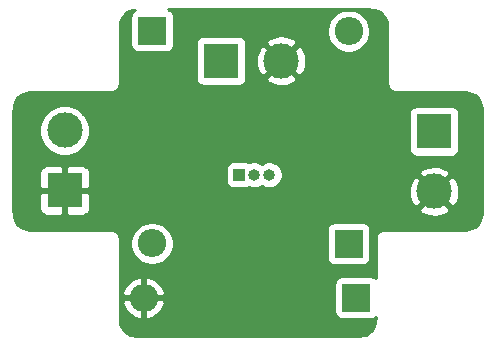
<source format=gbr>
G04 #@! TF.GenerationSoftware,KiCad,Pcbnew,(5.1.5)-3*
G04 #@! TF.CreationDate,2020-12-09T18:09:46+02:00*
G04 #@! TF.ProjectId,Single_tranzistor_AMP,53696e67-6c65-45f7-9472-616e7a697374,V1.0*
G04 #@! TF.SameCoordinates,Original*
G04 #@! TF.FileFunction,Copper,L2,Bot*
G04 #@! TF.FilePolarity,Positive*
%FSLAX46Y46*%
G04 Gerber Fmt 4.6, Leading zero omitted, Abs format (unit mm)*
G04 Created by KiCad (PCBNEW (5.1.5)-3) date 2020-12-09 18:09:46*
%MOMM*%
%LPD*%
G04 APERTURE LIST*
%ADD10O,2.400000X2.400000*%
%ADD11R,2.400000X2.400000*%
%ADD12R,3.000000X3.000000*%
%ADD13C,3.000000*%
%ADD14R,1.000000X1.000000*%
%ADD15O,1.000000X1.000000*%
%ADD16C,0.254000*%
G04 APERTURE END LIST*
D10*
X26688000Y-38084000D03*
D11*
X44688000Y-38084000D03*
X27416000Y-15478000D03*
D10*
X27416000Y-33478000D03*
D11*
X44046000Y-33512000D03*
D10*
X44046000Y-15512000D03*
D12*
X20000000Y-29000000D03*
D13*
X20000000Y-23920000D03*
X51292000Y-29080000D03*
D12*
X51292000Y-24000000D03*
D14*
X34782000Y-27670000D03*
D15*
X36052000Y-27670000D03*
X37322000Y-27670000D03*
D12*
X33258000Y-18018000D03*
D13*
X38338000Y-18018000D03*
D16*
G36*
X45789852Y-13662468D02*
G01*
X45922528Y-13690668D01*
X45932179Y-13691683D01*
X46252829Y-13723123D01*
X46496026Y-13796549D01*
X46720331Y-13915814D01*
X46917199Y-14076375D01*
X47079131Y-14272117D01*
X47199957Y-14495580D01*
X47275080Y-14738264D01*
X47308758Y-15058684D01*
X47312639Y-15077592D01*
X47318714Y-15137385D01*
X47340001Y-15207006D01*
X47340000Y-19967581D01*
X47336807Y-20000000D01*
X47349550Y-20129383D01*
X47387290Y-20253793D01*
X47448575Y-20368450D01*
X47506149Y-20438604D01*
X47531052Y-20468948D01*
X47631550Y-20551425D01*
X47746207Y-20612710D01*
X47870617Y-20650450D01*
X48000000Y-20663193D01*
X48032419Y-20660000D01*
X53784094Y-20660000D01*
X53789852Y-20662468D01*
X53922528Y-20690668D01*
X53932179Y-20691683D01*
X54252829Y-20723123D01*
X54496026Y-20796549D01*
X54720331Y-20915814D01*
X54917199Y-21076375D01*
X55079131Y-21272117D01*
X55199957Y-21495580D01*
X55275080Y-21738264D01*
X55308758Y-22058684D01*
X55312639Y-22077592D01*
X55318714Y-22137385D01*
X55340001Y-22207006D01*
X55340000Y-30784094D01*
X55337532Y-30789852D01*
X55309332Y-30922528D01*
X55308317Y-30932179D01*
X55276877Y-31252831D01*
X55203451Y-31496028D01*
X55084185Y-31720333D01*
X54923625Y-31917198D01*
X54727881Y-32079132D01*
X54504416Y-32199959D01*
X54261737Y-32275080D01*
X53941315Y-32308758D01*
X53922407Y-32312639D01*
X53862615Y-32318714D01*
X53792997Y-32340000D01*
X47032419Y-32340000D01*
X47000000Y-32336807D01*
X46967581Y-32340000D01*
X46870617Y-32349550D01*
X46746207Y-32387290D01*
X46631550Y-32448575D01*
X46531052Y-32531052D01*
X46448575Y-32631550D01*
X46387290Y-32746207D01*
X46349550Y-32870617D01*
X46336807Y-33000000D01*
X46340001Y-33032429D01*
X46340001Y-36433809D01*
X46339185Y-36432815D01*
X46242494Y-36353463D01*
X46132180Y-36294498D01*
X46012482Y-36258188D01*
X45888000Y-36245928D01*
X43488000Y-36245928D01*
X43363518Y-36258188D01*
X43243820Y-36294498D01*
X43133506Y-36353463D01*
X43036815Y-36432815D01*
X42957463Y-36529506D01*
X42898498Y-36639820D01*
X42862188Y-36759518D01*
X42849928Y-36884000D01*
X42849928Y-39284000D01*
X42862188Y-39408482D01*
X42898498Y-39528180D01*
X42957463Y-39638494D01*
X43036815Y-39735185D01*
X43133506Y-39814537D01*
X43243820Y-39873502D01*
X43363518Y-39909812D01*
X43488000Y-39922072D01*
X45888000Y-39922072D01*
X46012482Y-39909812D01*
X46132180Y-39873502D01*
X46242494Y-39814537D01*
X46339185Y-39735185D01*
X46340000Y-39734192D01*
X46340000Y-39784094D01*
X46337532Y-39789852D01*
X46309332Y-39922528D01*
X46308317Y-39932179D01*
X46276877Y-40252831D01*
X46203451Y-40496028D01*
X46084185Y-40720333D01*
X45923625Y-40917198D01*
X45727881Y-41079132D01*
X45504416Y-41199959D01*
X45261737Y-41275080D01*
X44941315Y-41308758D01*
X44922407Y-41312639D01*
X44862615Y-41318714D01*
X44792997Y-41340000D01*
X26215906Y-41340000D01*
X26210148Y-41337532D01*
X26077472Y-41309332D01*
X26067821Y-41308317D01*
X25747169Y-41276877D01*
X25503972Y-41203451D01*
X25279667Y-41084185D01*
X25082802Y-40923625D01*
X24920868Y-40727881D01*
X24800041Y-40504416D01*
X24724920Y-40261737D01*
X24691242Y-39941315D01*
X24687361Y-39922407D01*
X24681286Y-39862615D01*
X24660000Y-39792997D01*
X24660000Y-38495805D01*
X24899805Y-38495805D01*
X24972379Y-38735066D01*
X25132361Y-39057257D01*
X25352125Y-39342046D01*
X25623226Y-39578489D01*
X25935246Y-39757500D01*
X26276194Y-39872199D01*
X26561000Y-39755854D01*
X26561000Y-38211000D01*
X26815000Y-38211000D01*
X26815000Y-39755854D01*
X27099806Y-39872199D01*
X27440754Y-39757500D01*
X27752774Y-39578489D01*
X28023875Y-39342046D01*
X28243639Y-39057257D01*
X28403621Y-38735066D01*
X28476195Y-38495805D01*
X28359432Y-38211000D01*
X26815000Y-38211000D01*
X26561000Y-38211000D01*
X25016568Y-38211000D01*
X24899805Y-38495805D01*
X24660000Y-38495805D01*
X24660000Y-37672195D01*
X24899805Y-37672195D01*
X25016568Y-37957000D01*
X26561000Y-37957000D01*
X26561000Y-36412146D01*
X26815000Y-36412146D01*
X26815000Y-37957000D01*
X28359432Y-37957000D01*
X28476195Y-37672195D01*
X28403621Y-37432934D01*
X28243639Y-37110743D01*
X28023875Y-36825954D01*
X27752774Y-36589511D01*
X27440754Y-36410500D01*
X27099806Y-36295801D01*
X26815000Y-36412146D01*
X26561000Y-36412146D01*
X26276194Y-36295801D01*
X25935246Y-36410500D01*
X25623226Y-36589511D01*
X25352125Y-36825954D01*
X25132361Y-37110743D01*
X24972379Y-37432934D01*
X24899805Y-37672195D01*
X24660000Y-37672195D01*
X24660000Y-33297268D01*
X25581000Y-33297268D01*
X25581000Y-33658732D01*
X25651518Y-34013250D01*
X25789844Y-34347199D01*
X25990662Y-34647744D01*
X26246256Y-34903338D01*
X26546801Y-35104156D01*
X26880750Y-35242482D01*
X27235268Y-35313000D01*
X27596732Y-35313000D01*
X27951250Y-35242482D01*
X28285199Y-35104156D01*
X28585744Y-34903338D01*
X28841338Y-34647744D01*
X29042156Y-34347199D01*
X29180482Y-34013250D01*
X29251000Y-33658732D01*
X29251000Y-33297268D01*
X29180482Y-32942750D01*
X29042156Y-32608801D01*
X28843840Y-32312000D01*
X42207928Y-32312000D01*
X42207928Y-34712000D01*
X42220188Y-34836482D01*
X42256498Y-34956180D01*
X42315463Y-35066494D01*
X42394815Y-35163185D01*
X42491506Y-35242537D01*
X42601820Y-35301502D01*
X42721518Y-35337812D01*
X42846000Y-35350072D01*
X45246000Y-35350072D01*
X45370482Y-35337812D01*
X45490180Y-35301502D01*
X45600494Y-35242537D01*
X45697185Y-35163185D01*
X45776537Y-35066494D01*
X45835502Y-34956180D01*
X45871812Y-34836482D01*
X45884072Y-34712000D01*
X45884072Y-32312000D01*
X45871812Y-32187518D01*
X45835502Y-32067820D01*
X45776537Y-31957506D01*
X45697185Y-31860815D01*
X45600494Y-31781463D01*
X45490180Y-31722498D01*
X45370482Y-31686188D01*
X45246000Y-31673928D01*
X42846000Y-31673928D01*
X42721518Y-31686188D01*
X42601820Y-31722498D01*
X42491506Y-31781463D01*
X42394815Y-31860815D01*
X42315463Y-31957506D01*
X42256498Y-32067820D01*
X42220188Y-32187518D01*
X42207928Y-32312000D01*
X28843840Y-32312000D01*
X28841338Y-32308256D01*
X28585744Y-32052662D01*
X28285199Y-31851844D01*
X27951250Y-31713518D01*
X27596732Y-31643000D01*
X27235268Y-31643000D01*
X26880750Y-31713518D01*
X26546801Y-31851844D01*
X26246256Y-32052662D01*
X25990662Y-32308256D01*
X25789844Y-32608801D01*
X25651518Y-32942750D01*
X25581000Y-33297268D01*
X24660000Y-33297268D01*
X24660000Y-33032419D01*
X24663193Y-33000000D01*
X24650450Y-32870617D01*
X24612710Y-32746207D01*
X24551425Y-32631550D01*
X24468948Y-32531052D01*
X24368450Y-32448575D01*
X24253793Y-32387290D01*
X24129383Y-32349550D01*
X24032419Y-32340000D01*
X24000000Y-32336807D01*
X23967581Y-32340000D01*
X17215906Y-32340000D01*
X17210148Y-32337532D01*
X17077472Y-32309332D01*
X17067821Y-32308317D01*
X16747169Y-32276877D01*
X16503972Y-32203451D01*
X16279667Y-32084185D01*
X16082802Y-31923625D01*
X15920868Y-31727881D01*
X15800041Y-31504416D01*
X15724920Y-31261737D01*
X15691242Y-30941315D01*
X15687361Y-30922407D01*
X15681286Y-30862615D01*
X15660000Y-30792997D01*
X15660000Y-30500000D01*
X17861928Y-30500000D01*
X17874188Y-30624482D01*
X17910498Y-30744180D01*
X17969463Y-30854494D01*
X18048815Y-30951185D01*
X18145506Y-31030537D01*
X18255820Y-31089502D01*
X18375518Y-31125812D01*
X18500000Y-31138072D01*
X19714250Y-31135000D01*
X19873000Y-30976250D01*
X19873000Y-29127000D01*
X20127000Y-29127000D01*
X20127000Y-30976250D01*
X20285750Y-31135000D01*
X21500000Y-31138072D01*
X21624482Y-31125812D01*
X21744180Y-31089502D01*
X21854494Y-31030537D01*
X21951185Y-30951185D01*
X22030537Y-30854494D01*
X22089502Y-30744180D01*
X22125812Y-30624482D01*
X22131015Y-30571653D01*
X49979952Y-30571653D01*
X50135962Y-30887214D01*
X50510745Y-31078020D01*
X50915551Y-31192044D01*
X51334824Y-31224902D01*
X51752451Y-31175334D01*
X52152383Y-31045243D01*
X52448038Y-30887214D01*
X52604048Y-30571653D01*
X51292000Y-29259605D01*
X49979952Y-30571653D01*
X22131015Y-30571653D01*
X22138072Y-30500000D01*
X22135000Y-29285750D01*
X21976250Y-29127000D01*
X20127000Y-29127000D01*
X19873000Y-29127000D01*
X18023750Y-29127000D01*
X17865000Y-29285750D01*
X17861928Y-30500000D01*
X15660000Y-30500000D01*
X15660000Y-29122824D01*
X49147098Y-29122824D01*
X49196666Y-29540451D01*
X49326757Y-29940383D01*
X49484786Y-30236038D01*
X49800347Y-30392048D01*
X51112395Y-29080000D01*
X51471605Y-29080000D01*
X52783653Y-30392048D01*
X53099214Y-30236038D01*
X53290020Y-29861255D01*
X53404044Y-29456449D01*
X53436902Y-29037176D01*
X53387334Y-28619549D01*
X53257243Y-28219617D01*
X53099214Y-27923962D01*
X52783653Y-27767952D01*
X51471605Y-29080000D01*
X51112395Y-29080000D01*
X49800347Y-27767952D01*
X49484786Y-27923962D01*
X49293980Y-28298745D01*
X49179956Y-28703551D01*
X49147098Y-29122824D01*
X15660000Y-29122824D01*
X15660000Y-27500000D01*
X17861928Y-27500000D01*
X17865000Y-28714250D01*
X18023750Y-28873000D01*
X19873000Y-28873000D01*
X19873000Y-27023750D01*
X20127000Y-27023750D01*
X20127000Y-28873000D01*
X21976250Y-28873000D01*
X22135000Y-28714250D01*
X22138072Y-27500000D01*
X22125812Y-27375518D01*
X22089502Y-27255820D01*
X22043630Y-27170000D01*
X33643928Y-27170000D01*
X33643928Y-28170000D01*
X33656188Y-28294482D01*
X33692498Y-28414180D01*
X33751463Y-28524494D01*
X33830815Y-28621185D01*
X33927506Y-28700537D01*
X34037820Y-28759502D01*
X34157518Y-28795812D01*
X34282000Y-28808072D01*
X35282000Y-28808072D01*
X35406482Y-28795812D01*
X35526180Y-28759502D01*
X35609226Y-28715112D01*
X35720933Y-28761383D01*
X35940212Y-28805000D01*
X36163788Y-28805000D01*
X36383067Y-28761383D01*
X36589624Y-28675824D01*
X36687000Y-28610759D01*
X36784376Y-28675824D01*
X36990933Y-28761383D01*
X37210212Y-28805000D01*
X37433788Y-28805000D01*
X37653067Y-28761383D01*
X37859624Y-28675824D01*
X38045520Y-28551612D01*
X38203612Y-28393520D01*
X38327824Y-28207624D01*
X38413383Y-28001067D01*
X38457000Y-27781788D01*
X38457000Y-27588347D01*
X49979952Y-27588347D01*
X51292000Y-28900395D01*
X52604048Y-27588347D01*
X52448038Y-27272786D01*
X52073255Y-27081980D01*
X51668449Y-26967956D01*
X51249176Y-26935098D01*
X50831549Y-26984666D01*
X50431617Y-27114757D01*
X50135962Y-27272786D01*
X49979952Y-27588347D01*
X38457000Y-27588347D01*
X38457000Y-27558212D01*
X38413383Y-27338933D01*
X38327824Y-27132376D01*
X38203612Y-26946480D01*
X38045520Y-26788388D01*
X37859624Y-26664176D01*
X37653067Y-26578617D01*
X37433788Y-26535000D01*
X37210212Y-26535000D01*
X36990933Y-26578617D01*
X36784376Y-26664176D01*
X36687000Y-26729241D01*
X36589624Y-26664176D01*
X36383067Y-26578617D01*
X36163788Y-26535000D01*
X35940212Y-26535000D01*
X35720933Y-26578617D01*
X35609226Y-26624888D01*
X35526180Y-26580498D01*
X35406482Y-26544188D01*
X35282000Y-26531928D01*
X34282000Y-26531928D01*
X34157518Y-26544188D01*
X34037820Y-26580498D01*
X33927506Y-26639463D01*
X33830815Y-26718815D01*
X33751463Y-26815506D01*
X33692498Y-26925820D01*
X33656188Y-27045518D01*
X33643928Y-27170000D01*
X22043630Y-27170000D01*
X22030537Y-27145506D01*
X21951185Y-27048815D01*
X21854494Y-26969463D01*
X21744180Y-26910498D01*
X21624482Y-26874188D01*
X21500000Y-26861928D01*
X20285750Y-26865000D01*
X20127000Y-27023750D01*
X19873000Y-27023750D01*
X19714250Y-26865000D01*
X18500000Y-26861928D01*
X18375518Y-26874188D01*
X18255820Y-26910498D01*
X18145506Y-26969463D01*
X18048815Y-27048815D01*
X17969463Y-27145506D01*
X17910498Y-27255820D01*
X17874188Y-27375518D01*
X17861928Y-27500000D01*
X15660000Y-27500000D01*
X15660000Y-23709721D01*
X17865000Y-23709721D01*
X17865000Y-24130279D01*
X17947047Y-24542756D01*
X18107988Y-24931302D01*
X18341637Y-25280983D01*
X18639017Y-25578363D01*
X18988698Y-25812012D01*
X19377244Y-25972953D01*
X19789721Y-26055000D01*
X20210279Y-26055000D01*
X20622756Y-25972953D01*
X21011302Y-25812012D01*
X21360983Y-25578363D01*
X21658363Y-25280983D01*
X21892012Y-24931302D01*
X22052953Y-24542756D01*
X22135000Y-24130279D01*
X22135000Y-23709721D01*
X22052953Y-23297244D01*
X21892012Y-22908698D01*
X21658363Y-22559017D01*
X21599346Y-22500000D01*
X49153928Y-22500000D01*
X49153928Y-25500000D01*
X49166188Y-25624482D01*
X49202498Y-25744180D01*
X49261463Y-25854494D01*
X49340815Y-25951185D01*
X49437506Y-26030537D01*
X49547820Y-26089502D01*
X49667518Y-26125812D01*
X49792000Y-26138072D01*
X52792000Y-26138072D01*
X52916482Y-26125812D01*
X53036180Y-26089502D01*
X53146494Y-26030537D01*
X53243185Y-25951185D01*
X53322537Y-25854494D01*
X53381502Y-25744180D01*
X53417812Y-25624482D01*
X53430072Y-25500000D01*
X53430072Y-22500000D01*
X53417812Y-22375518D01*
X53381502Y-22255820D01*
X53322537Y-22145506D01*
X53243185Y-22048815D01*
X53146494Y-21969463D01*
X53036180Y-21910498D01*
X52916482Y-21874188D01*
X52792000Y-21861928D01*
X49792000Y-21861928D01*
X49667518Y-21874188D01*
X49547820Y-21910498D01*
X49437506Y-21969463D01*
X49340815Y-22048815D01*
X49261463Y-22145506D01*
X49202498Y-22255820D01*
X49166188Y-22375518D01*
X49153928Y-22500000D01*
X21599346Y-22500000D01*
X21360983Y-22261637D01*
X21011302Y-22027988D01*
X20622756Y-21867047D01*
X20210279Y-21785000D01*
X19789721Y-21785000D01*
X19377244Y-21867047D01*
X18988698Y-22027988D01*
X18639017Y-22261637D01*
X18341637Y-22559017D01*
X18107988Y-22908698D01*
X17947047Y-23297244D01*
X17865000Y-23709721D01*
X15660000Y-23709721D01*
X15660000Y-22215906D01*
X15662468Y-22210148D01*
X15690668Y-22077472D01*
X15691683Y-22067821D01*
X15723123Y-21747171D01*
X15796549Y-21503974D01*
X15915814Y-21279669D01*
X16076375Y-21082801D01*
X16272117Y-20920869D01*
X16495580Y-20800043D01*
X16738264Y-20724920D01*
X17058684Y-20691242D01*
X17077592Y-20687361D01*
X17137385Y-20681286D01*
X17207003Y-20660000D01*
X23967581Y-20660000D01*
X24000000Y-20663193D01*
X24032419Y-20660000D01*
X24129383Y-20650450D01*
X24253793Y-20612710D01*
X24368450Y-20551425D01*
X24468948Y-20468948D01*
X24551425Y-20368450D01*
X24612710Y-20253793D01*
X24650450Y-20129383D01*
X24663193Y-20000000D01*
X24660000Y-19967581D01*
X24660000Y-15215906D01*
X24662468Y-15210148D01*
X24690668Y-15077472D01*
X24691683Y-15067821D01*
X24723123Y-14747171D01*
X24796549Y-14503974D01*
X24915814Y-14279669D01*
X25076375Y-14082801D01*
X25272117Y-13920869D01*
X25495580Y-13800043D01*
X25738264Y-13724920D01*
X25944169Y-13703278D01*
X25861506Y-13747463D01*
X25764815Y-13826815D01*
X25685463Y-13923506D01*
X25626498Y-14033820D01*
X25590188Y-14153518D01*
X25577928Y-14278000D01*
X25577928Y-16678000D01*
X25590188Y-16802482D01*
X25626498Y-16922180D01*
X25685463Y-17032494D01*
X25764815Y-17129185D01*
X25861506Y-17208537D01*
X25971820Y-17267502D01*
X26091518Y-17303812D01*
X26216000Y-17316072D01*
X28616000Y-17316072D01*
X28740482Y-17303812D01*
X28860180Y-17267502D01*
X28970494Y-17208537D01*
X29067185Y-17129185D01*
X29146537Y-17032494D01*
X29205502Y-16922180D01*
X29241812Y-16802482D01*
X29254072Y-16678000D01*
X29254072Y-16518000D01*
X31119928Y-16518000D01*
X31119928Y-19518000D01*
X31132188Y-19642482D01*
X31168498Y-19762180D01*
X31227463Y-19872494D01*
X31306815Y-19969185D01*
X31403506Y-20048537D01*
X31513820Y-20107502D01*
X31633518Y-20143812D01*
X31758000Y-20156072D01*
X34758000Y-20156072D01*
X34882482Y-20143812D01*
X35002180Y-20107502D01*
X35112494Y-20048537D01*
X35209185Y-19969185D01*
X35288537Y-19872494D01*
X35347502Y-19762180D01*
X35383812Y-19642482D01*
X35396072Y-19518000D01*
X35396072Y-19509653D01*
X37025952Y-19509653D01*
X37181962Y-19825214D01*
X37556745Y-20016020D01*
X37961551Y-20130044D01*
X38380824Y-20162902D01*
X38798451Y-20113334D01*
X39198383Y-19983243D01*
X39494038Y-19825214D01*
X39650048Y-19509653D01*
X38338000Y-18197605D01*
X37025952Y-19509653D01*
X35396072Y-19509653D01*
X35396072Y-18060824D01*
X36193098Y-18060824D01*
X36242666Y-18478451D01*
X36372757Y-18878383D01*
X36530786Y-19174038D01*
X36846347Y-19330048D01*
X38158395Y-18018000D01*
X38517605Y-18018000D01*
X39829653Y-19330048D01*
X40145214Y-19174038D01*
X40336020Y-18799255D01*
X40450044Y-18394449D01*
X40482902Y-17975176D01*
X40433334Y-17557549D01*
X40303243Y-17157617D01*
X40145214Y-16861962D01*
X39829653Y-16705952D01*
X38517605Y-18018000D01*
X38158395Y-18018000D01*
X36846347Y-16705952D01*
X36530786Y-16861962D01*
X36339980Y-17236745D01*
X36225956Y-17641551D01*
X36193098Y-18060824D01*
X35396072Y-18060824D01*
X35396072Y-16526347D01*
X37025952Y-16526347D01*
X38338000Y-17838395D01*
X39650048Y-16526347D01*
X39494038Y-16210786D01*
X39119255Y-16019980D01*
X38714449Y-15905956D01*
X38295176Y-15873098D01*
X37877549Y-15922666D01*
X37477617Y-16052757D01*
X37181962Y-16210786D01*
X37025952Y-16526347D01*
X35396072Y-16526347D01*
X35396072Y-16518000D01*
X35383812Y-16393518D01*
X35347502Y-16273820D01*
X35288537Y-16163506D01*
X35209185Y-16066815D01*
X35112494Y-15987463D01*
X35002180Y-15928498D01*
X34882482Y-15892188D01*
X34758000Y-15879928D01*
X31758000Y-15879928D01*
X31633518Y-15892188D01*
X31513820Y-15928498D01*
X31403506Y-15987463D01*
X31306815Y-16066815D01*
X31227463Y-16163506D01*
X31168498Y-16273820D01*
X31132188Y-16393518D01*
X31119928Y-16518000D01*
X29254072Y-16518000D01*
X29254072Y-15331268D01*
X42211000Y-15331268D01*
X42211000Y-15692732D01*
X42281518Y-16047250D01*
X42419844Y-16381199D01*
X42620662Y-16681744D01*
X42876256Y-16937338D01*
X43176801Y-17138156D01*
X43510750Y-17276482D01*
X43865268Y-17347000D01*
X44226732Y-17347000D01*
X44581250Y-17276482D01*
X44915199Y-17138156D01*
X45215744Y-16937338D01*
X45471338Y-16681744D01*
X45672156Y-16381199D01*
X45810482Y-16047250D01*
X45881000Y-15692732D01*
X45881000Y-15331268D01*
X45810482Y-14976750D01*
X45672156Y-14642801D01*
X45471338Y-14342256D01*
X45215744Y-14086662D01*
X44915199Y-13885844D01*
X44581250Y-13747518D01*
X44226732Y-13677000D01*
X43865268Y-13677000D01*
X43510750Y-13747518D01*
X43176801Y-13885844D01*
X42876256Y-14086662D01*
X42620662Y-14342256D01*
X42419844Y-14642801D01*
X42281518Y-14976750D01*
X42211000Y-15331268D01*
X29254072Y-15331268D01*
X29254072Y-14278000D01*
X29241812Y-14153518D01*
X29205502Y-14033820D01*
X29146537Y-13923506D01*
X29067185Y-13826815D01*
X28970494Y-13747463D01*
X28860180Y-13688498D01*
X28766235Y-13660000D01*
X45784094Y-13660000D01*
X45789852Y-13662468D01*
G37*
X45789852Y-13662468D02*
X45922528Y-13690668D01*
X45932179Y-13691683D01*
X46252829Y-13723123D01*
X46496026Y-13796549D01*
X46720331Y-13915814D01*
X46917199Y-14076375D01*
X47079131Y-14272117D01*
X47199957Y-14495580D01*
X47275080Y-14738264D01*
X47308758Y-15058684D01*
X47312639Y-15077592D01*
X47318714Y-15137385D01*
X47340001Y-15207006D01*
X47340000Y-19967581D01*
X47336807Y-20000000D01*
X47349550Y-20129383D01*
X47387290Y-20253793D01*
X47448575Y-20368450D01*
X47506149Y-20438604D01*
X47531052Y-20468948D01*
X47631550Y-20551425D01*
X47746207Y-20612710D01*
X47870617Y-20650450D01*
X48000000Y-20663193D01*
X48032419Y-20660000D01*
X53784094Y-20660000D01*
X53789852Y-20662468D01*
X53922528Y-20690668D01*
X53932179Y-20691683D01*
X54252829Y-20723123D01*
X54496026Y-20796549D01*
X54720331Y-20915814D01*
X54917199Y-21076375D01*
X55079131Y-21272117D01*
X55199957Y-21495580D01*
X55275080Y-21738264D01*
X55308758Y-22058684D01*
X55312639Y-22077592D01*
X55318714Y-22137385D01*
X55340001Y-22207006D01*
X55340000Y-30784094D01*
X55337532Y-30789852D01*
X55309332Y-30922528D01*
X55308317Y-30932179D01*
X55276877Y-31252831D01*
X55203451Y-31496028D01*
X55084185Y-31720333D01*
X54923625Y-31917198D01*
X54727881Y-32079132D01*
X54504416Y-32199959D01*
X54261737Y-32275080D01*
X53941315Y-32308758D01*
X53922407Y-32312639D01*
X53862615Y-32318714D01*
X53792997Y-32340000D01*
X47032419Y-32340000D01*
X47000000Y-32336807D01*
X46967581Y-32340000D01*
X46870617Y-32349550D01*
X46746207Y-32387290D01*
X46631550Y-32448575D01*
X46531052Y-32531052D01*
X46448575Y-32631550D01*
X46387290Y-32746207D01*
X46349550Y-32870617D01*
X46336807Y-33000000D01*
X46340001Y-33032429D01*
X46340001Y-36433809D01*
X46339185Y-36432815D01*
X46242494Y-36353463D01*
X46132180Y-36294498D01*
X46012482Y-36258188D01*
X45888000Y-36245928D01*
X43488000Y-36245928D01*
X43363518Y-36258188D01*
X43243820Y-36294498D01*
X43133506Y-36353463D01*
X43036815Y-36432815D01*
X42957463Y-36529506D01*
X42898498Y-36639820D01*
X42862188Y-36759518D01*
X42849928Y-36884000D01*
X42849928Y-39284000D01*
X42862188Y-39408482D01*
X42898498Y-39528180D01*
X42957463Y-39638494D01*
X43036815Y-39735185D01*
X43133506Y-39814537D01*
X43243820Y-39873502D01*
X43363518Y-39909812D01*
X43488000Y-39922072D01*
X45888000Y-39922072D01*
X46012482Y-39909812D01*
X46132180Y-39873502D01*
X46242494Y-39814537D01*
X46339185Y-39735185D01*
X46340000Y-39734192D01*
X46340000Y-39784094D01*
X46337532Y-39789852D01*
X46309332Y-39922528D01*
X46308317Y-39932179D01*
X46276877Y-40252831D01*
X46203451Y-40496028D01*
X46084185Y-40720333D01*
X45923625Y-40917198D01*
X45727881Y-41079132D01*
X45504416Y-41199959D01*
X45261737Y-41275080D01*
X44941315Y-41308758D01*
X44922407Y-41312639D01*
X44862615Y-41318714D01*
X44792997Y-41340000D01*
X26215906Y-41340000D01*
X26210148Y-41337532D01*
X26077472Y-41309332D01*
X26067821Y-41308317D01*
X25747169Y-41276877D01*
X25503972Y-41203451D01*
X25279667Y-41084185D01*
X25082802Y-40923625D01*
X24920868Y-40727881D01*
X24800041Y-40504416D01*
X24724920Y-40261737D01*
X24691242Y-39941315D01*
X24687361Y-39922407D01*
X24681286Y-39862615D01*
X24660000Y-39792997D01*
X24660000Y-38495805D01*
X24899805Y-38495805D01*
X24972379Y-38735066D01*
X25132361Y-39057257D01*
X25352125Y-39342046D01*
X25623226Y-39578489D01*
X25935246Y-39757500D01*
X26276194Y-39872199D01*
X26561000Y-39755854D01*
X26561000Y-38211000D01*
X26815000Y-38211000D01*
X26815000Y-39755854D01*
X27099806Y-39872199D01*
X27440754Y-39757500D01*
X27752774Y-39578489D01*
X28023875Y-39342046D01*
X28243639Y-39057257D01*
X28403621Y-38735066D01*
X28476195Y-38495805D01*
X28359432Y-38211000D01*
X26815000Y-38211000D01*
X26561000Y-38211000D01*
X25016568Y-38211000D01*
X24899805Y-38495805D01*
X24660000Y-38495805D01*
X24660000Y-37672195D01*
X24899805Y-37672195D01*
X25016568Y-37957000D01*
X26561000Y-37957000D01*
X26561000Y-36412146D01*
X26815000Y-36412146D01*
X26815000Y-37957000D01*
X28359432Y-37957000D01*
X28476195Y-37672195D01*
X28403621Y-37432934D01*
X28243639Y-37110743D01*
X28023875Y-36825954D01*
X27752774Y-36589511D01*
X27440754Y-36410500D01*
X27099806Y-36295801D01*
X26815000Y-36412146D01*
X26561000Y-36412146D01*
X26276194Y-36295801D01*
X25935246Y-36410500D01*
X25623226Y-36589511D01*
X25352125Y-36825954D01*
X25132361Y-37110743D01*
X24972379Y-37432934D01*
X24899805Y-37672195D01*
X24660000Y-37672195D01*
X24660000Y-33297268D01*
X25581000Y-33297268D01*
X25581000Y-33658732D01*
X25651518Y-34013250D01*
X25789844Y-34347199D01*
X25990662Y-34647744D01*
X26246256Y-34903338D01*
X26546801Y-35104156D01*
X26880750Y-35242482D01*
X27235268Y-35313000D01*
X27596732Y-35313000D01*
X27951250Y-35242482D01*
X28285199Y-35104156D01*
X28585744Y-34903338D01*
X28841338Y-34647744D01*
X29042156Y-34347199D01*
X29180482Y-34013250D01*
X29251000Y-33658732D01*
X29251000Y-33297268D01*
X29180482Y-32942750D01*
X29042156Y-32608801D01*
X28843840Y-32312000D01*
X42207928Y-32312000D01*
X42207928Y-34712000D01*
X42220188Y-34836482D01*
X42256498Y-34956180D01*
X42315463Y-35066494D01*
X42394815Y-35163185D01*
X42491506Y-35242537D01*
X42601820Y-35301502D01*
X42721518Y-35337812D01*
X42846000Y-35350072D01*
X45246000Y-35350072D01*
X45370482Y-35337812D01*
X45490180Y-35301502D01*
X45600494Y-35242537D01*
X45697185Y-35163185D01*
X45776537Y-35066494D01*
X45835502Y-34956180D01*
X45871812Y-34836482D01*
X45884072Y-34712000D01*
X45884072Y-32312000D01*
X45871812Y-32187518D01*
X45835502Y-32067820D01*
X45776537Y-31957506D01*
X45697185Y-31860815D01*
X45600494Y-31781463D01*
X45490180Y-31722498D01*
X45370482Y-31686188D01*
X45246000Y-31673928D01*
X42846000Y-31673928D01*
X42721518Y-31686188D01*
X42601820Y-31722498D01*
X42491506Y-31781463D01*
X42394815Y-31860815D01*
X42315463Y-31957506D01*
X42256498Y-32067820D01*
X42220188Y-32187518D01*
X42207928Y-32312000D01*
X28843840Y-32312000D01*
X28841338Y-32308256D01*
X28585744Y-32052662D01*
X28285199Y-31851844D01*
X27951250Y-31713518D01*
X27596732Y-31643000D01*
X27235268Y-31643000D01*
X26880750Y-31713518D01*
X26546801Y-31851844D01*
X26246256Y-32052662D01*
X25990662Y-32308256D01*
X25789844Y-32608801D01*
X25651518Y-32942750D01*
X25581000Y-33297268D01*
X24660000Y-33297268D01*
X24660000Y-33032419D01*
X24663193Y-33000000D01*
X24650450Y-32870617D01*
X24612710Y-32746207D01*
X24551425Y-32631550D01*
X24468948Y-32531052D01*
X24368450Y-32448575D01*
X24253793Y-32387290D01*
X24129383Y-32349550D01*
X24032419Y-32340000D01*
X24000000Y-32336807D01*
X23967581Y-32340000D01*
X17215906Y-32340000D01*
X17210148Y-32337532D01*
X17077472Y-32309332D01*
X17067821Y-32308317D01*
X16747169Y-32276877D01*
X16503972Y-32203451D01*
X16279667Y-32084185D01*
X16082802Y-31923625D01*
X15920868Y-31727881D01*
X15800041Y-31504416D01*
X15724920Y-31261737D01*
X15691242Y-30941315D01*
X15687361Y-30922407D01*
X15681286Y-30862615D01*
X15660000Y-30792997D01*
X15660000Y-30500000D01*
X17861928Y-30500000D01*
X17874188Y-30624482D01*
X17910498Y-30744180D01*
X17969463Y-30854494D01*
X18048815Y-30951185D01*
X18145506Y-31030537D01*
X18255820Y-31089502D01*
X18375518Y-31125812D01*
X18500000Y-31138072D01*
X19714250Y-31135000D01*
X19873000Y-30976250D01*
X19873000Y-29127000D01*
X20127000Y-29127000D01*
X20127000Y-30976250D01*
X20285750Y-31135000D01*
X21500000Y-31138072D01*
X21624482Y-31125812D01*
X21744180Y-31089502D01*
X21854494Y-31030537D01*
X21951185Y-30951185D01*
X22030537Y-30854494D01*
X22089502Y-30744180D01*
X22125812Y-30624482D01*
X22131015Y-30571653D01*
X49979952Y-30571653D01*
X50135962Y-30887214D01*
X50510745Y-31078020D01*
X50915551Y-31192044D01*
X51334824Y-31224902D01*
X51752451Y-31175334D01*
X52152383Y-31045243D01*
X52448038Y-30887214D01*
X52604048Y-30571653D01*
X51292000Y-29259605D01*
X49979952Y-30571653D01*
X22131015Y-30571653D01*
X22138072Y-30500000D01*
X22135000Y-29285750D01*
X21976250Y-29127000D01*
X20127000Y-29127000D01*
X19873000Y-29127000D01*
X18023750Y-29127000D01*
X17865000Y-29285750D01*
X17861928Y-30500000D01*
X15660000Y-30500000D01*
X15660000Y-29122824D01*
X49147098Y-29122824D01*
X49196666Y-29540451D01*
X49326757Y-29940383D01*
X49484786Y-30236038D01*
X49800347Y-30392048D01*
X51112395Y-29080000D01*
X51471605Y-29080000D01*
X52783653Y-30392048D01*
X53099214Y-30236038D01*
X53290020Y-29861255D01*
X53404044Y-29456449D01*
X53436902Y-29037176D01*
X53387334Y-28619549D01*
X53257243Y-28219617D01*
X53099214Y-27923962D01*
X52783653Y-27767952D01*
X51471605Y-29080000D01*
X51112395Y-29080000D01*
X49800347Y-27767952D01*
X49484786Y-27923962D01*
X49293980Y-28298745D01*
X49179956Y-28703551D01*
X49147098Y-29122824D01*
X15660000Y-29122824D01*
X15660000Y-27500000D01*
X17861928Y-27500000D01*
X17865000Y-28714250D01*
X18023750Y-28873000D01*
X19873000Y-28873000D01*
X19873000Y-27023750D01*
X20127000Y-27023750D01*
X20127000Y-28873000D01*
X21976250Y-28873000D01*
X22135000Y-28714250D01*
X22138072Y-27500000D01*
X22125812Y-27375518D01*
X22089502Y-27255820D01*
X22043630Y-27170000D01*
X33643928Y-27170000D01*
X33643928Y-28170000D01*
X33656188Y-28294482D01*
X33692498Y-28414180D01*
X33751463Y-28524494D01*
X33830815Y-28621185D01*
X33927506Y-28700537D01*
X34037820Y-28759502D01*
X34157518Y-28795812D01*
X34282000Y-28808072D01*
X35282000Y-28808072D01*
X35406482Y-28795812D01*
X35526180Y-28759502D01*
X35609226Y-28715112D01*
X35720933Y-28761383D01*
X35940212Y-28805000D01*
X36163788Y-28805000D01*
X36383067Y-28761383D01*
X36589624Y-28675824D01*
X36687000Y-28610759D01*
X36784376Y-28675824D01*
X36990933Y-28761383D01*
X37210212Y-28805000D01*
X37433788Y-28805000D01*
X37653067Y-28761383D01*
X37859624Y-28675824D01*
X38045520Y-28551612D01*
X38203612Y-28393520D01*
X38327824Y-28207624D01*
X38413383Y-28001067D01*
X38457000Y-27781788D01*
X38457000Y-27588347D01*
X49979952Y-27588347D01*
X51292000Y-28900395D01*
X52604048Y-27588347D01*
X52448038Y-27272786D01*
X52073255Y-27081980D01*
X51668449Y-26967956D01*
X51249176Y-26935098D01*
X50831549Y-26984666D01*
X50431617Y-27114757D01*
X50135962Y-27272786D01*
X49979952Y-27588347D01*
X38457000Y-27588347D01*
X38457000Y-27558212D01*
X38413383Y-27338933D01*
X38327824Y-27132376D01*
X38203612Y-26946480D01*
X38045520Y-26788388D01*
X37859624Y-26664176D01*
X37653067Y-26578617D01*
X37433788Y-26535000D01*
X37210212Y-26535000D01*
X36990933Y-26578617D01*
X36784376Y-26664176D01*
X36687000Y-26729241D01*
X36589624Y-26664176D01*
X36383067Y-26578617D01*
X36163788Y-26535000D01*
X35940212Y-26535000D01*
X35720933Y-26578617D01*
X35609226Y-26624888D01*
X35526180Y-26580498D01*
X35406482Y-26544188D01*
X35282000Y-26531928D01*
X34282000Y-26531928D01*
X34157518Y-26544188D01*
X34037820Y-26580498D01*
X33927506Y-26639463D01*
X33830815Y-26718815D01*
X33751463Y-26815506D01*
X33692498Y-26925820D01*
X33656188Y-27045518D01*
X33643928Y-27170000D01*
X22043630Y-27170000D01*
X22030537Y-27145506D01*
X21951185Y-27048815D01*
X21854494Y-26969463D01*
X21744180Y-26910498D01*
X21624482Y-26874188D01*
X21500000Y-26861928D01*
X20285750Y-26865000D01*
X20127000Y-27023750D01*
X19873000Y-27023750D01*
X19714250Y-26865000D01*
X18500000Y-26861928D01*
X18375518Y-26874188D01*
X18255820Y-26910498D01*
X18145506Y-26969463D01*
X18048815Y-27048815D01*
X17969463Y-27145506D01*
X17910498Y-27255820D01*
X17874188Y-27375518D01*
X17861928Y-27500000D01*
X15660000Y-27500000D01*
X15660000Y-23709721D01*
X17865000Y-23709721D01*
X17865000Y-24130279D01*
X17947047Y-24542756D01*
X18107988Y-24931302D01*
X18341637Y-25280983D01*
X18639017Y-25578363D01*
X18988698Y-25812012D01*
X19377244Y-25972953D01*
X19789721Y-26055000D01*
X20210279Y-26055000D01*
X20622756Y-25972953D01*
X21011302Y-25812012D01*
X21360983Y-25578363D01*
X21658363Y-25280983D01*
X21892012Y-24931302D01*
X22052953Y-24542756D01*
X22135000Y-24130279D01*
X22135000Y-23709721D01*
X22052953Y-23297244D01*
X21892012Y-22908698D01*
X21658363Y-22559017D01*
X21599346Y-22500000D01*
X49153928Y-22500000D01*
X49153928Y-25500000D01*
X49166188Y-25624482D01*
X49202498Y-25744180D01*
X49261463Y-25854494D01*
X49340815Y-25951185D01*
X49437506Y-26030537D01*
X49547820Y-26089502D01*
X49667518Y-26125812D01*
X49792000Y-26138072D01*
X52792000Y-26138072D01*
X52916482Y-26125812D01*
X53036180Y-26089502D01*
X53146494Y-26030537D01*
X53243185Y-25951185D01*
X53322537Y-25854494D01*
X53381502Y-25744180D01*
X53417812Y-25624482D01*
X53430072Y-25500000D01*
X53430072Y-22500000D01*
X53417812Y-22375518D01*
X53381502Y-22255820D01*
X53322537Y-22145506D01*
X53243185Y-22048815D01*
X53146494Y-21969463D01*
X53036180Y-21910498D01*
X52916482Y-21874188D01*
X52792000Y-21861928D01*
X49792000Y-21861928D01*
X49667518Y-21874188D01*
X49547820Y-21910498D01*
X49437506Y-21969463D01*
X49340815Y-22048815D01*
X49261463Y-22145506D01*
X49202498Y-22255820D01*
X49166188Y-22375518D01*
X49153928Y-22500000D01*
X21599346Y-22500000D01*
X21360983Y-22261637D01*
X21011302Y-22027988D01*
X20622756Y-21867047D01*
X20210279Y-21785000D01*
X19789721Y-21785000D01*
X19377244Y-21867047D01*
X18988698Y-22027988D01*
X18639017Y-22261637D01*
X18341637Y-22559017D01*
X18107988Y-22908698D01*
X17947047Y-23297244D01*
X17865000Y-23709721D01*
X15660000Y-23709721D01*
X15660000Y-22215906D01*
X15662468Y-22210148D01*
X15690668Y-22077472D01*
X15691683Y-22067821D01*
X15723123Y-21747171D01*
X15796549Y-21503974D01*
X15915814Y-21279669D01*
X16076375Y-21082801D01*
X16272117Y-20920869D01*
X16495580Y-20800043D01*
X16738264Y-20724920D01*
X17058684Y-20691242D01*
X17077592Y-20687361D01*
X17137385Y-20681286D01*
X17207003Y-20660000D01*
X23967581Y-20660000D01*
X24000000Y-20663193D01*
X24032419Y-20660000D01*
X24129383Y-20650450D01*
X24253793Y-20612710D01*
X24368450Y-20551425D01*
X24468948Y-20468948D01*
X24551425Y-20368450D01*
X24612710Y-20253793D01*
X24650450Y-20129383D01*
X24663193Y-20000000D01*
X24660000Y-19967581D01*
X24660000Y-15215906D01*
X24662468Y-15210148D01*
X24690668Y-15077472D01*
X24691683Y-15067821D01*
X24723123Y-14747171D01*
X24796549Y-14503974D01*
X24915814Y-14279669D01*
X25076375Y-14082801D01*
X25272117Y-13920869D01*
X25495580Y-13800043D01*
X25738264Y-13724920D01*
X25944169Y-13703278D01*
X25861506Y-13747463D01*
X25764815Y-13826815D01*
X25685463Y-13923506D01*
X25626498Y-14033820D01*
X25590188Y-14153518D01*
X25577928Y-14278000D01*
X25577928Y-16678000D01*
X25590188Y-16802482D01*
X25626498Y-16922180D01*
X25685463Y-17032494D01*
X25764815Y-17129185D01*
X25861506Y-17208537D01*
X25971820Y-17267502D01*
X26091518Y-17303812D01*
X26216000Y-17316072D01*
X28616000Y-17316072D01*
X28740482Y-17303812D01*
X28860180Y-17267502D01*
X28970494Y-17208537D01*
X29067185Y-17129185D01*
X29146537Y-17032494D01*
X29205502Y-16922180D01*
X29241812Y-16802482D01*
X29254072Y-16678000D01*
X29254072Y-16518000D01*
X31119928Y-16518000D01*
X31119928Y-19518000D01*
X31132188Y-19642482D01*
X31168498Y-19762180D01*
X31227463Y-19872494D01*
X31306815Y-19969185D01*
X31403506Y-20048537D01*
X31513820Y-20107502D01*
X31633518Y-20143812D01*
X31758000Y-20156072D01*
X34758000Y-20156072D01*
X34882482Y-20143812D01*
X35002180Y-20107502D01*
X35112494Y-20048537D01*
X35209185Y-19969185D01*
X35288537Y-19872494D01*
X35347502Y-19762180D01*
X35383812Y-19642482D01*
X35396072Y-19518000D01*
X35396072Y-19509653D01*
X37025952Y-19509653D01*
X37181962Y-19825214D01*
X37556745Y-20016020D01*
X37961551Y-20130044D01*
X38380824Y-20162902D01*
X38798451Y-20113334D01*
X39198383Y-19983243D01*
X39494038Y-19825214D01*
X39650048Y-19509653D01*
X38338000Y-18197605D01*
X37025952Y-19509653D01*
X35396072Y-19509653D01*
X35396072Y-18060824D01*
X36193098Y-18060824D01*
X36242666Y-18478451D01*
X36372757Y-18878383D01*
X36530786Y-19174038D01*
X36846347Y-19330048D01*
X38158395Y-18018000D01*
X38517605Y-18018000D01*
X39829653Y-19330048D01*
X40145214Y-19174038D01*
X40336020Y-18799255D01*
X40450044Y-18394449D01*
X40482902Y-17975176D01*
X40433334Y-17557549D01*
X40303243Y-17157617D01*
X40145214Y-16861962D01*
X39829653Y-16705952D01*
X38517605Y-18018000D01*
X38158395Y-18018000D01*
X36846347Y-16705952D01*
X36530786Y-16861962D01*
X36339980Y-17236745D01*
X36225956Y-17641551D01*
X36193098Y-18060824D01*
X35396072Y-18060824D01*
X35396072Y-16526347D01*
X37025952Y-16526347D01*
X38338000Y-17838395D01*
X39650048Y-16526347D01*
X39494038Y-16210786D01*
X39119255Y-16019980D01*
X38714449Y-15905956D01*
X38295176Y-15873098D01*
X37877549Y-15922666D01*
X37477617Y-16052757D01*
X37181962Y-16210786D01*
X37025952Y-16526347D01*
X35396072Y-16526347D01*
X35396072Y-16518000D01*
X35383812Y-16393518D01*
X35347502Y-16273820D01*
X35288537Y-16163506D01*
X35209185Y-16066815D01*
X35112494Y-15987463D01*
X35002180Y-15928498D01*
X34882482Y-15892188D01*
X34758000Y-15879928D01*
X31758000Y-15879928D01*
X31633518Y-15892188D01*
X31513820Y-15928498D01*
X31403506Y-15987463D01*
X31306815Y-16066815D01*
X31227463Y-16163506D01*
X31168498Y-16273820D01*
X31132188Y-16393518D01*
X31119928Y-16518000D01*
X29254072Y-16518000D01*
X29254072Y-15331268D01*
X42211000Y-15331268D01*
X42211000Y-15692732D01*
X42281518Y-16047250D01*
X42419844Y-16381199D01*
X42620662Y-16681744D01*
X42876256Y-16937338D01*
X43176801Y-17138156D01*
X43510750Y-17276482D01*
X43865268Y-17347000D01*
X44226732Y-17347000D01*
X44581250Y-17276482D01*
X44915199Y-17138156D01*
X45215744Y-16937338D01*
X45471338Y-16681744D01*
X45672156Y-16381199D01*
X45810482Y-16047250D01*
X45881000Y-15692732D01*
X45881000Y-15331268D01*
X45810482Y-14976750D01*
X45672156Y-14642801D01*
X45471338Y-14342256D01*
X45215744Y-14086662D01*
X44915199Y-13885844D01*
X44581250Y-13747518D01*
X44226732Y-13677000D01*
X43865268Y-13677000D01*
X43510750Y-13747518D01*
X43176801Y-13885844D01*
X42876256Y-14086662D01*
X42620662Y-14342256D01*
X42419844Y-14642801D01*
X42281518Y-14976750D01*
X42211000Y-15331268D01*
X29254072Y-15331268D01*
X29254072Y-14278000D01*
X29241812Y-14153518D01*
X29205502Y-14033820D01*
X29146537Y-13923506D01*
X29067185Y-13826815D01*
X28970494Y-13747463D01*
X28860180Y-13688498D01*
X28766235Y-13660000D01*
X45784094Y-13660000D01*
X45789852Y-13662468D01*
M02*

</source>
